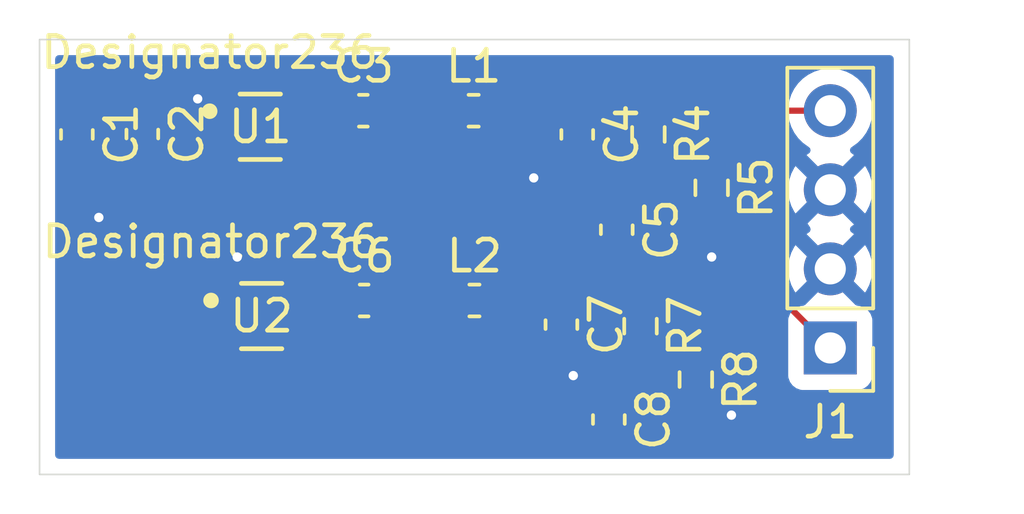
<source format=kicad_pcb>
(kicad_pcb (version 20241229) (generator "pcbnew") (generator_version "9.0")
  (layers (0 "F.Cu" signal) (2 "B.Cu" signal) (13 "F.Paste" user) (15 "B.Paste" user) (5 "F.SilkS" user "F.Silkscreen") (7 "B.SilkS" user "B.Silkscreen") (1 "F.Mask" user) (3 "B.Mask" user) (25 "Edge.Cuts" user))
  (net 0 "")
  (net 1 "/Cleaned VIN")
  (net 2 "GND")
  (net 3 "Net-(U1-BOOT)")
  (net 4 "Net-(U1-SW)")
  (net 5 "Net-(J1-Pin_4)")
  (net 6 "Net-(U1-FB)")
  (net 7 "Net-(U2-BOOT)")
  (net 8 "Net-(U2-SW)")
  (net 9 "Net-(J1-Pin_1)")
  (net 10 "Net-(U2-FB)")
  (footprint "Capacitor_SMD:C_0603_1608Metric" (layer "F.Cu") (at 75.184 73.927 -90)
    (property "Reference" "C7" (at 0 -1.43 90) (layer "F.SilkS"))
    (property "Value" "60u")
    (fp_line (start -0.14058 0.51) (end 0.14058 0.51) (stroke (width 0.12)) (layer "F.SilkS"))
    (fp_line (start -0.14058 -0.51) (end 0.14058 -0.51) (stroke (width 0.12)) (layer "F.SilkS"))
    (pad "1" smd roundrect (at -0.775 0 270) (size 0.9 0.95) (layers "F.Cu" "F.Mask" "F.Paste") (net 9 "Net-(J1-Pin_1)"))
    (pad "2" smd roundrect (at 0.775 0 270) (size 0.9 0.95) (layers "F.Cu" "F.Mask" "F.Paste") (net 2 "GND"))
  )
  (footprint "Inductor_SMD:L_0603_1608Metric" (layer "F.Cu") (at 72.3645 67.056)
    (property "Reference" "L1" (at 0 -1.43 0) (layer "F.SilkS"))
    (property "Value" "10uH")
    (fp_line (start -0.162779 -0.51) (end 0.162779 -0.51) (stroke (width 0.12)) (layer "F.SilkS"))
    (fp_line (start -0.162779 0.51) (end 0.162779 0.51) (stroke (width 0.12)) (layer "F.SilkS"))
    (pad "1" smd roundrect (at -0.7875 0) (size 0.875 0.95) (layers "F.Cu" "F.Mask" "F.Paste") (net 4 "Net-(U1-SW)"))
    (pad "2" smd roundrect (at 0.7875 0) (size 0.875 0.95) (layers "F.Cu" "F.Mask" "F.Paste") (net 5 "Net-(J1-Pin_4)"))
  )
  (footprint "Capacitor_SMD:C_0603_1608Metric" (layer "F.Cu") (at 61.722 67.805 -90)
    (property "Reference" "C2" (at 0 -1.43 90) (layer "F.SilkS"))
    (property "Value" "0.1u")
    (fp_line (start -0.14058 0.51) (end 0.14058 0.51) (stroke (width 0.12)) (layer "F.SilkS"))
    (fp_line (start -0.14058 -0.51) (end 0.14058 -0.51) (stroke (width 0.12)) (layer "F.SilkS"))
    (pad "1" smd roundrect (at -0.775 0 270) (size 0.9 0.95) (layers "F.Cu" "F.Mask" "F.Paste") (net 1 "/Cleaned VIN"))
    (pad "2" smd roundrect (at 0.775 0 270) (size 0.9 0.95) (layers "F.Cu" "F.Mask" "F.Paste") (net 2 "GND"))
  )
  (footprint "Capacitor_SMD:C_0603_1608Metric" (layer "F.Cu") (at 68.821 67.056)
    (property "Reference" "C3" (at 0 -1.43 0) (layer "F.SilkS"))
    (property "Value" "0.1u")
    (fp_line (start -0.14058 -0.51) (end 0.14058 -0.51) (stroke (width 0.12)) (layer "F.SilkS"))
    (fp_line (start -0.14058 0.51) (end 0.14058 0.51) (stroke (width 0.12)) (layer "F.SilkS"))
    (pad "1" smd roundrect (at -0.775 0) (size 0.9 0.95) (layers "F.Cu" "F.Mask" "F.Paste") (net 3 "Net-(U1-BOOT)"))
    (pad "2" smd roundrect (at 0.775 0) (size 0.9 0.95) (layers "F.Cu" "F.Mask" "F.Paste") (net 4 "Net-(U1-SW)"))
  )
  (footprint "Resistor_SMD:R_0603_1608Metric" (layer "F.Cu") (at 77.724 73.977 -90)
    (property "Reference" "R7" (at 0 -1.43 90) (layer "F.SilkS"))
    (property "Value" "100k")
    (fp_line (start -0.237258 0.5225) (end 0.237258 0.5225) (stroke (width 0.12)) (layer "F.SilkS"))
    (fp_line (start -0.237258 -0.5225) (end 0.237258 -0.5225) (stroke (width 0.12)) (layer "F.SilkS"))
    (pad "1" smd roundrect (at -0.825 0 270) (size 0.8 0.95) (layers "F.Cu" "F.Mask" "F.Paste") (net 9 "Net-(J1-Pin_1)"))
    (pad "2" smd roundrect (at 0.825 0 270) (size 0.8 0.95) (layers "F.Cu" "F.Mask" "F.Paste") (net 10 "Net-(U2-FB)"))
  )
  (footprint "Resistor_SMD:R_0603_1608Metric" (layer "F.Cu") (at 80.01 69.532 -90)
    (property "Reference" "R5" (at 0 -1.43 90) (layer "F.SilkS"))
    (property "Value" "13.3k")
    (fp_line (start -0.237258 0.5225) (end 0.237258 0.5225) (stroke (width 0.12)) (layer "F.SilkS"))
    (fp_line (start -0.237258 -0.5225) (end 0.237258 -0.5225) (stroke (width 0.12)) (layer "F.SilkS"))
    (pad "1" smd roundrect (at -0.825 0 270) (size 0.8 0.95) (layers "F.Cu" "F.Mask" "F.Paste") (net 6 "Net-(U1-FB)"))
    (pad "2" smd roundrect (at 0.825 0 270) (size 0.8 0.95) (layers "F.Cu" "F.Mask" "F.Paste") (net 2 "GND"))
  )
  (footprint "Capacitor_SMD:C_0603_1608Metric" (layer "F.Cu") (at 75.692 67.818 -90)
    (property "Reference" "C4" (at 0 -1.43 90) (layer "F.SilkS"))
    (property "Value" "33u")
    (fp_line (start -0.14058 0.51) (end 0.14058 0.51) (stroke (width 0.12)) (layer "F.SilkS"))
    (fp_line (start -0.14058 -0.51) (end 0.14058 -0.51) (stroke (width 0.12)) (layer "F.SilkS"))
    (pad "1" smd roundrect (at -0.775 0 270) (size 0.9 0.95) (layers "F.Cu" "F.Mask" "F.Paste") (net 5 "Net-(J1-Pin_4)"))
    (pad "2" smd roundrect (at 0.775 0 270) (size 0.9 0.95) (layers "F.Cu" "F.Mask" "F.Paste") (net 2 "GND"))
  )
  (footprint "Capacitor_SMD:C_0603_1608Metric" (layer "F.Cu") (at 76.708 76.975 -90)
    (property "Reference" "C8" (at 0 -1.43 90) (layer "F.SilkS"))
    (property "Value" "100p")
    (fp_line (start -0.14058 0.51) (end 0.14058 0.51) (stroke (width 0.12)) (layer "F.SilkS"))
    (fp_line (start -0.14058 -0.51) (end 0.14058 -0.51) (stroke (width 0.12)) (layer "F.SilkS"))
    (pad "1" smd roundrect (at -0.775 0 270) (size 0.9 0.95) (layers "F.Cu" "F.Mask" "F.Paste") (net 9 "Net-(J1-Pin_1)"))
    (pad "2" smd roundrect (at 0.775 0 270) (size 0.9 0.95) (layers "F.Cu" "F.Mask" "F.Paste") (net 10 "Net-(U2-FB)"))
  )
  (footprint "Capacitor_SMD:C_0603_1608Metric" (layer "F.Cu") (at 68.847 73.152)
    (property "Reference" "C6" (at 0 -1.43 0) (layer "F.SilkS"))
    (property "Value" "0.1u")
    (fp_line (start -0.14058 -0.51) (end 0.14058 -0.51) (stroke (width 0.12)) (layer "F.SilkS"))
    (fp_line (start -0.14058 0.51) (end 0.14058 0.51) (stroke (width 0.12)) (layer "F.SilkS"))
    (pad "1" smd roundrect (at -0.775 0) (size 0.9 0.95) (layers "F.Cu" "F.Mask" "F.Paste") (net 7 "Net-(U2-BOOT)"))
    (pad "2" smd roundrect (at 0.775 0) (size 0.9 0.95) (layers "F.Cu" "F.Mask" "F.Paste") (net 8 "Net-(U2-SW)"))
  )
  (footprint "Connector_PinHeader_2.54mm:PinHeader_1x04_P2.54mm_Vertical" (layer "F.Cu") (at 83.82 74.676 180)
    (property "Reference" "J1" (at 0 -2.38 0) (layer "F.SilkS"))
    (property "Value" "Conn_01x04_Pin")
    (fp_line (start 1.38 1.27) (end 1.38 9) (stroke (width 0.12)) (layer "F.SilkS"))
    (fp_line (start -1.38 9) (end 1.38 9) (stroke (width 0.12)) (layer "F.SilkS"))
    (fp_line (start -1.38 1.27) (end 1.38 1.27) (stroke (width 0.12)) (layer "F.SilkS"))
    (fp_line (start -1.38 1.27) (end -1.38 9) (stroke (width 0.12)) (layer "F.SilkS"))
    (fp_line (start -1.38 0) (end -1.38 -1.38) (stroke (width 0.12)) (layer "F.SilkS"))
    (fp_line (start -1.38 -1.38) (end 0 -1.38) (stroke (width 0.12)) (layer "F.SilkS"))
    (pad "1" thru_hole rect (at 0 0 180) (size 1.7 1.7) (drill 1) (layers "*.Cu" "*.Mask") (net 9 "Net-(J1-Pin_1)"))
    (pad "2" thru_hole circle (at 0 2.54 180) (size 1.7 1.7) (drill 1) (layers "*.Cu" "*.Mask") (net 2 "GND"))
    (pad "3" thru_hole circle (at 0 5.08 180) (size 1.7 1.7) (drill 1) (layers "*.Cu" "*.Mask") (net 2 "GND"))
    (pad "4" thru_hole circle (at 0 7.62 180) (size 1.7 1.7) (drill 1) (layers "*.Cu" "*.Mask") (net 5 "Net-(J1-Pin_4)"))
  )
  (footprint "footprints:DRL0006A-MFG" (layer "F.Cu") (at 65.553999 73.651999)
    (property "Reference" "U2" (at 0 0 0) (layer "F.SilkS"))
    (property "Value" "PTPS543021DRLR")
    (fp_line (start -0.650001 -1.05) (end 0.650001 -1.05) (stroke (width 0.15)) (layer "F.SilkS"))
    (fp_line (start -0.650001 1.05) (end 0.650001 1.05) (stroke (width 0.15)) (layer "F.SilkS"))
    (fp_circle (center -1.625001 -0.499999) (end -1.5 -0.499999) (stroke (width 0.25)) (fill no) (layer "F.SilkS"))
    (fp_text user "Designator236" (at -1.6256 -2.3876 0) (layer "F.SilkS"))
    (pad "1" smd rect (at -0.740001 -0.499999) (size 0.670001 0.299999) (layers "F.Cu" "F.Mask" "F.Paste") (net 2 "GND"))
    (pad "2" smd rect (at -0.740001 0) (size 0.670001 0.299999) (layers "F.Cu" "F.Mask" "F.Paste") (net 8 "Net-(U2-SW)"))
    (pad "3" smd rect (at -0.740001 0.499999) (size 0.670001 0.299999) (layers "F.Cu" "F.Mask" "F.Paste") (net 1 "/Cleaned VIN"))
    (pad "4" smd rect (at 0.740001 0.499999) (size 0.670001 0.299999) (layers "F.Cu" "F.Mask" "F.Paste") (net 10 "Net-(U2-FB)"))
    (pad "5" smd rect (at 0.740001 0) (size 0.670001 0.299999) (layers "F.Cu" "F.Mask" "F.Paste") (net 1 "/Cleaned VIN"))
    (pad "6" smd rect (at 0.740001 -0.499999) (size 0.670001 0.299999) (layers "F.Cu" "F.Mask" "F.Paste") (net 7 "Net-(U2-BOOT)"))
  )
  (footprint "Resistor_SMD:R_0603_1608Metric" (layer "F.Cu") (at 77.978 67.818 -90)
    (property "Reference" "R4" (at 0 -1.43 90) (layer "F.SilkS"))
    (property "Value" "100k")
    (fp_line (start -0.237258 0.5225) (end 0.237258 0.5225) (stroke (width 0.12)) (layer "F.SilkS"))
    (fp_line (start -0.237258 -0.5225) (end 0.237258 -0.5225) (stroke (width 0.12)) (layer "F.SilkS"))
    (pad "1" smd roundrect (at -0.825 0 270) (size 0.8 0.95) (layers "F.Cu" "F.Mask" "F.Paste") (net 5 "Net-(J1-Pin_4)"))
    (pad "2" smd roundrect (at 0.825 0 270) (size 0.8 0.95) (layers "F.Cu" "F.Mask" "F.Paste") (net 6 "Net-(U1-FB)"))
  )
  (footprint "Capacitor_SMD:C_0603_1608Metric" (layer "F.Cu") (at 76.962 70.879 -90)
    (property "Reference" "C5" (at 0 -1.43 90) (layer "F.SilkS"))
    (property "Value" "75p")
    (fp_line (start -0.14058 0.51) (end 0.14058 0.51) (stroke (width 0.12)) (layer "F.SilkS"))
    (fp_line (start -0.14058 -0.51) (end 0.14058 -0.51) (stroke (width 0.12)) (layer "F.SilkS"))
    (pad "1" smd roundrect (at -0.775 0 270) (size 0.9 0.95) (layers "F.Cu" "F.Mask" "F.Paste") (net 5 "Net-(J1-Pin_4)"))
    (pad "2" smd roundrect (at 0.775 0 270) (size 0.9 0.95) (layers "F.Cu" "F.Mask" "F.Paste") (net 6 "Net-(U1-FB)"))
  )
  (footprint "Resistor_SMD:R_0603_1608Metric" (layer "F.Cu") (at 79.502 75.692 -90)
    (property "Reference" "R8" (at 0 -1.43 90) (layer "F.SilkS"))
    (property "Value" "5.25k")
    (fp_line (start -0.237258 0.5225) (end 0.237258 0.5225) (stroke (width 0.12)) (layer "F.SilkS"))
    (fp_line (start -0.237258 -0.5225) (end 0.237258 -0.5225) (stroke (width 0.12)) (layer "F.SilkS"))
    (pad "1" smd roundrect (at -0.825 0 270) (size 0.8 0.95) (layers "F.Cu" "F.Mask" "F.Paste") (net 10 "Net-(U2-FB)"))
    (pad "2" smd roundrect (at 0.825 0 270) (size 0.8 0.95) (layers "F.Cu" "F.Mask" "F.Paste") (net 2 "GND"))
  )
  (footprint "Inductor_SMD:L_0603_1608Metric" (layer "F.Cu") (at 72.39 73.152)
    (property "Reference" "L2" (at 0 -1.43 0) (layer "F.SilkS"))
    (property "Value" "5uH")
    (fp_line (start -0.162779 -0.51) (end 0.162779 -0.51) (stroke (width 0.12)) (layer "F.SilkS"))
    (fp_line (start -0.162779 0.51) (end 0.162779 0.51) (stroke (width 0.12)) (layer "F.SilkS"))
    (pad "1" smd roundrect (at -0.7875 0) (size 0.875 0.95) (layers "F.Cu" "F.Mask" "F.Paste") (net 8 "Net-(U2-SW)"))
    (pad "2" smd roundrect (at 0.7875 0) (size 0.875 0.95) (layers "F.Cu" "F.Mask" "F.Paste") (net 9 "Net-(J1-Pin_1)"))
  )
  (footprint "footprints:DRL0006A-MFG" (layer "F.Cu") (at 65.510001 67.572001)
    (property "Reference" "U1" (at 0 0 0) (layer "F.SilkS"))
    (property "Value" "PTPS543021DRLR")
    (fp_line (start -0.650001 -1.05) (end 0.650001 -1.05) (stroke (width 0.15)) (layer "F.SilkS"))
    (fp_line (start -0.650001 1.05) (end 0.650001 1.05) (stroke (width 0.15)) (layer "F.SilkS"))
    (fp_circle (center -1.625001 -0.499999) (end -1.5 -0.499999) (stroke (width 0.25)) (fill no) (layer "F.SilkS"))
    (fp_text user "Designator236" (at -1.6256 -2.3876 0) (layer "F.SilkS"))
    (pad "1" smd rect (at -0.740001 -0.499999) (size 0.670001 0.299999) (layers "F.Cu" "F.Mask" "F.Paste") (net 2 "GND"))
    (pad "2" smd rect (at -0.740001 0) (size 0.670001 0.299999) (layers "F.Cu" "F.Mask" "F.Paste") (net 4 "Net-(U1-SW)"))
    (pad "3" smd rect (at -0.740001 0.499999) (size 0.670001 0.299999) (layers "F.Cu" "F.Mask" "F.Paste") (net 1 "/Cleaned VIN"))
    (pad "4" smd rect (at 0.740001 0.499999) (size 0.670001 0.299999) (layers "F.Cu" "F.Mask" "F.Paste") (net 6 "Net-(U1-FB)"))
    (pad "5" smd rect (at 0.740001 0) (size 0.670001 0.299999) (layers "F.Cu" "F.Mask" "F.Paste") (net 1 "/Cleaned VIN"))
    (pad "6" smd rect (at 0.740001 -0.499999) (size 0.670001 0.299999) (layers "F.Cu" "F.Mask" "F.Paste") (net 3 "Net-(U1-BOOT)"))
  )
  (footprint "Capacitor_SMD:C_0603_1608Metric" (layer "F.Cu") (at 59.62 67.818 -90)
    (property "Reference" "C1" (at 0 -1.43 90) (layer "F.SilkS"))
    (property "Value" "10u")
    (fp_line (start -0.14058 0.51) (end 0.14058 0.51) (stroke (width 0.12)) (layer "F.SilkS"))
    (fp_line (start -0.14058 -0.51) (end 0.14058 -0.51) (stroke (width 0.12)) (layer "F.SilkS"))
    (pad "1" smd roundrect (at -0.775 0 270) (size 0.9 0.95) (layers "F.Cu" "F.Mask" "F.Paste") (net 1 "/Cleaned VIN"))
    (pad "2" smd roundrect (at 0.775 0 270) (size 0.9 0.95) (layers "F.Cu" "F.Mask" "F.Paste") (net 2 "GND"))
  )
  (gr_rect (start 58.42 64.77) (end 86.36 78.74) (stroke (width 0.05)) (fill no) (layer "Edge.Cuts"))
  (segment (start 65.348998 74.151998) (end 65.848997 73.651999) (width 0.2) (layer "F.Cu") (net 1))
  (segment (start 65.777999 67.572001) (end 66.250002 67.572001) (width 0.2) (layer "F.Cu") (net 1))
  (segment (start 65.848997 73.651999) (end 66.294 73.651999) (width 0.2) (layer "F.Cu") (net 1))
  (segment (start 63.5 73.425) (end 64.226998 74.151998) (width 0.2) (layer "F.Cu") (net 1))
  (segment (start 64.813998 74.151998) (end 65.348998 74.151998) (width 0.2) (layer "F.Cu") (net 1))
  (segment (start 59.62 67.043) (end 61.709 67.043) (width 0.2) (layer "F.Cu") (net 1))
  (segment (start 63.5 68.072) (end 64.77 68.072) (width 0.2) (layer "F.Cu") (net 1))
  (segment (start 61.709 67.043) (end 61.722 67.03) (width 0.2) (layer "F.Cu") (net 1))
  (segment (start 65.278 68.072) (end 65.777999 67.572001) (width 0.2) (layer "F.Cu") (net 1))
  (segment (start 64.77 68.072) (end 65.278 68.072) (width 0.2) (layer "F.Cu") (net 1))
  (segment (start 63.5 68.072) (end 63.5 73.425) (width 0.2) (layer "F.Cu") (net 1))
  (segment (start 64.226998 74.151998) (end 64.813998 74.151998) (width 0.2) (layer "F.Cu") (net 1))
  (segment (start 61.722 67.03) (end 62.764 68.072) (width 0.2) (layer "F.Cu") (net 1))
  (segment (start 62.764 68.072) (end 63.5 68.072) (width 0.2) (layer "F.Cu") (net 1))
  (segment (start 64.813998 73.152) (end 64.813998 71.798998) (width 0.2) (layer "F.Cu") (net 2))
  (segment (start 63.897002 67.072002) (end 63.5 66.675) (width 0.2) (layer "F.Cu") (net 2))
  (segment (start 74.917 68.593) (end 74.295 69.215) (width 0.2) (layer "F.Cu") (net 2))
  (segment (start 75.184 75.184) (end 75.565 75.565) (width 0.2) (layer "F.Cu") (net 2))
  (segment (start 61.722 70.358) (end 61.722 68.58) (width 0.2) (layer "F.Cu") (net 2))
  (segment (start 75.184 74.702) (end 75.184 75.184) (width 0.2) (layer "F.Cu") (net 2))
  (segment (start 60.325 70.485) (end 61.595 70.485) (width 0.2) (layer "F.Cu") (net 2))
  (segment (start 59.62 69.78) (end 59.62 68.593) (width 0.2) (layer "F.Cu") (net 2))
  (segment (start 80.327 76.517) (end 80.645 76.835) (width 0.2) (layer "F.Cu") (net 2))
  (segment (start 61.595 70.485) (end 61.722 70.358) (width 0.2) (layer "F.Cu") (net 2))
  (segment (start 80.01 70.357) (end 80.01 71.755) (width 0.2) (layer "F.Cu") (net 2))
  (segment (start 79.502 76.517) (end 80.327 76.517) (width 0.2) (layer "F.Cu") (net 2))
  (segment (start 64.77 67.072002) (end 63.897002 67.072002) (width 0.2) (layer "F.Cu") (net 2))
  (segment (start 60.325 70.485) (end 59.62 69.78) (width 0.2) (layer "F.Cu") (net 2))
  (segment (start 64.813998 71.798998) (end 64.77 71.755) (width 0.2) (layer "F.Cu") (net 2))
  (segment (start 75.692 68.593) (end 74.917 68.593) (width 0.2) (layer "F.Cu") (net 2))
  (via (at 75.565 75.565) (size 0.6) (drill 0.3) (layers "F.Cu" "B.Cu") (net 2))
  (via (at 80.01 71.755) (size 0.6) (drill 0.3) (layers "F.Cu" "B.Cu") (net 2))
  (via (at 74.295 69.215) (size 0.6) (drill 0.3) (layers "F.Cu" "B.Cu") (net 2))
  (via (at 80.645 76.835) (size 0.6) (drill 0.3) (layers "F.Cu" "B.Cu") (net 2))
  (via (at 64.77 71.755) (size 0.6) (drill 0.3) (layers "F.Cu" "B.Cu") (net 2))
  (via (at 63.5 66.675) (size 0.6) (drill 0.3) (layers "F.Cu" "B.Cu") (net 2))
  (via (at 60.325 70.485) (size 0.6) (drill 0.3) (layers "F.Cu" "B.Cu") (net 2))
  (segment (start 66.250002 67.072002) (end 68.029998 67.072002) (width 0.2) (layer "F.Cu") (net 3))
  (segment (start 68.029998 67.072002) (end 68.046 67.056) (width 0.2) (layer "F.Cu") (net 3))
  (segment (start 65.210899 67.572001) (end 65.614002 67.168898) (width 0.2) (layer "F.Cu") (net 4))
  (segment (start 65.614002 66.621003) (end 65.955005 66.28) (width 0.2) (layer "F.Cu") (net 4))
  (segment (start 69.596 67.056) (end 71.577 67.056) (width 0.2) (layer "F.Cu") (net 4))
  (segment (start 65.614002 67.168898) (end 65.614002 66.621003) (width 0.2) (layer "F.Cu") (net 4))
  (segment (start 64.77 67.572001) (end 65.210899 67.572001) (width 0.2) (layer "F.Cu") (net 4))
  (segment (start 65.955005 66.28) (end 68.82 66.28) (width 0.2) (layer "F.Cu") (net 4))
  (segment (start 68.82 66.28) (end 69.596 67.056) (width 0.2) (layer "F.Cu") (net 4))
  (segment (start 75.692 67.043) (end 76.962 67.043) (width 0.2) (layer "F.Cu") (net 5))
  (segment (start 75.679 67.056) (end 75.692 67.043) (width 0.2) (layer "F.Cu") (net 5))
  (segment (start 73.152 67.056) (end 75.679 67.056) (width 0.2) (layer "F.Cu") (net 5))
  (segment (start 76.962 70.104) (end 76.962 67.043) (width 0.2) (layer "F.Cu") (net 5))
  (segment (start 83.82 67.056) (end 78.041 67.056) (width 0.2) (layer "F.Cu") (net 5))
  (segment (start 78.041 67.056) (end 77.978 66.993) (width 0.2) (layer "F.Cu") (net 5))
  (segment (start 77.928 67.043) (end 77.978 66.993) (width 0.2) (layer "F.Cu") (net 5))
  (segment (start 76.962 67.043) (end 77.928 67.043) (width 0.2) (layer "F.Cu") (net 5))
  (segment (start 66.250002 68.072) (end 69.832002 71.654) (width 0.2) (layer "F.Cu") (net 6))
  (segment (start 77.978 70.638) (end 77.978 68.643) (width 0.2) (layer "F.Cu") (net 6))
  (segment (start 76.962 71.654) (end 77.978 70.638) (width 0.2) (layer "F.Cu") (net 6))
  (segment (start 79.946 68.643) (end 80.01 68.707) (width 0.2) (layer "F.Cu") (net 6))
  (segment (start 69.832002 71.654) (end 76.962 71.654) (width 0.2) (layer "F.Cu") (net 6))
  (segment (start 77.978 68.643) (end 79.946 68.643) (width 0.2) (layer "F.Cu") (net 6))
  (segment (start 66.294 73.152) (end 68.072 73.152) (width 0.2) (layer "F.Cu") (net 7))
  (segment (start 69.622 73.152) (end 71.6025 73.152) (width 0.2) (layer "F.Cu") (net 8))
  (segment (start 65.281897 73.651999) (end 65.658 73.275896) (width 0.2) (layer "F.Cu") (net 8))
  (segment (start 68.846 72.376) (end 69.622 73.152) (width 0.2) (layer "F.Cu") (net 8))
  (segment (start 64.813998 73.651999) (end 65.281897 73.651999) (width 0.2) (layer "F.Cu") (net 8))
  (segment (start 65.658 73.275896) (end 65.658 72.701001) (width 0.2) (layer "F.Cu") (net 8))
  (segment (start 65.983001 72.376) (end 68.846 72.376) (width 0.2) (layer "F.Cu") (net 8))
  (segment (start 65.658 72.701001) (end 65.983001 72.376) (width 0.2) (layer "F.Cu") (net 8))
  (segment (start 76.708 76.2) (end 76.708 73.152) (width 0.2) (layer "F.Cu") (net 9))
  (segment (start 77.724 73.152) (end 82.296 73.152) (width 0.2) (layer "F.Cu") (net 9))
  (segment (start 76.708 73.152) (end 77.724 73.152) (width 0.2) (layer "F.Cu") (net 9))
  (segment (start 73.1775 73.152) (end 75.184 73.152) (width 0.2) (layer "F.Cu") (net 9))
  (segment (start 82.296 73.152) (end 83.82 74.676) (width 0.2) (layer "F.Cu") (net 9))
  (segment (start 75.184 73.152) (end 76.708 73.152) (width 0.2) (layer "F.Cu") (net 9))
  (segment (start 77.724 74.802) (end 79.437 74.802) (width 0.2) (layer "F.Cu") (net 10))
  (segment (start 79.437 74.802) (end 79.502 74.867) (width 0.2) (layer "F.Cu") (net 10))
  (segment (start 76.708 77.75) (end 77.724 76.734) (width 0.2) (layer "F.Cu") (net 10))
  (segment (start 66.294 74.151998) (end 73.109998 74.151998) (width 0.2) (layer "F.Cu") (net 10))
  (segment (start 73.109998 74.151998) (end 76.708 77.75) (width 0.2) (layer "F.Cu") (net 10))
  (segment (start 77.724 76.734) (end 77.724 74.802) (width 0.2) (layer "F.Cu") (net 10))
  (zone (net 2) (net_name "GND") (layer "B.Cu") (connect_pads (clearance 0.5)) (min_thickness 0.25) (fill yes (thermal_gap 0.5) (thermal_bridge_width 0.5))
    (polygon (pts (xy 57.15 63.5) (xy 87.63 63.5) (xy 87.63 80.01) (xy 57.15 80.01)))
  )
)
</source>
